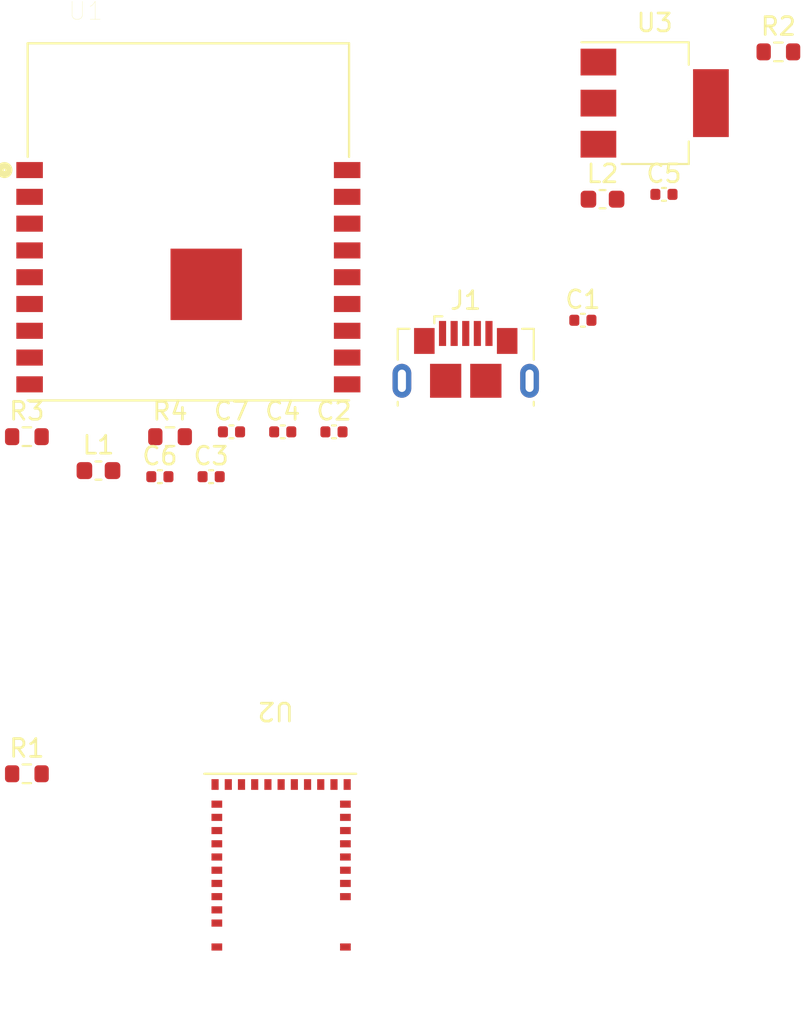
<source format=kicad_pcb>
(kicad_pcb (version 20210424) (generator pcbnew)
  (layers (0 "F.Cu" signal) (31 "B.Cu" signal) (34 "B.Paste" user) (35 "F.Paste" user) (36 "B.SilkS" user "B.Silkscreen") (37 "F.SilkS" user "F.Silkscreen") (38 "B.Mask" user) (39 "F.Mask" user) (44 "Edge.Cuts" user))
  (net 0 "")
  (net 33 "GND")
  (net 34 "/ESP_UART_RX")
  (net 35 "/ESP_UART_TX")
  (footprint "Capacitor_SMD:C_0402_1005Metric" (layer "F.Cu") (at 138.46 107.85)
    (fp_text reference "C2" (at 0 -1.16) (layer "F.SilkS"))
    (fp_text value "22uF/10V 20%")
    (fp_line (start -0.107836 0.36) (end 0.107836 0.36) (layer "F.SilkS") (width 0.12))
    (fp_line (start -0.107836 -0.36) (end 0.107836 -0.36) (layer "F.SilkS") (width 0.12))
    (pad "1" smd roundrect locked (at -0.48 0) (size 0.56 0.62) (layers "F.Cu" "F.Paste" "F.Mask"))
    (pad "2" smd roundrect locked (at 0.48 0) (size 0.56 0.62) (layers "F.Cu" "F.Paste" "F.Mask") (net 33 "GND"))
  )
  (footprint "Capacitor_SMD:C_0402_1005Metric" (layer "F.Cu") (at 156.94 94.55)
    (fp_text reference "C5" (at 0 -1.16) (layer "F.SilkS"))
    (fp_text value "1uF")
    (fp_line (start -0.107836 0.36) (end 0.107836 0.36) (layer "F.SilkS") (width 0.12))
    (fp_line (start -0.107836 -0.36) (end 0.107836 -0.36) (layer "F.SilkS") (width 0.12))
    (pad "1" smd roundrect locked (at -0.48 0) (size 0.56 0.62) (layers "F.Cu" "F.Paste" "F.Mask"))
    (pad "2" smd roundrect locked (at 0.48 0) (size 0.56 0.62) (layers "F.Cu" "F.Paste" "F.Mask") (net 33 "GND"))
  )
  (footprint "Module:MDBT50" (layer "F.Cu") (at 139.7 127 180)
    (fp_text reference "U2" (at 4.5 3.5 180 unlocked) (layer "F.SilkS"))
    (fp_text value "MDBT50")
    (fp_line (start 0 0) (end 8.5 0) (layer "F.SilkS") (width 0.127))
    (pad "1" smd rect locked (at 0.6 -9.7 180) (size 0.6 0.4) (layers "F.Cu" "F.Mask") (net 33 "GND"))
    (pad "2" smd rect locked (at 0.6 -6.88 180) (size 0.6 0.4) (layers "F.Cu" "F.Mask"))
    (pad "3" smd rect locked (at 0.6 -6.14 180) (size 0.6 0.4) (layers "F.Cu" "F.Mask"))
    (pad "4" smd rect locked (at 0.6 -5.4 180) (size 0.6 0.4) (layers "F.Cu" "F.Mask"))
    (pad "5" smd rect locked (at 0.6 -4.66 180) (size 0.6 0.4) (layers "F.Cu" "F.Mask"))
    (pad "6" smd rect locked (at 0.6 -3.92 180) (size 0.6 0.4) (layers "F.Cu" "F.Mask"))
    (pad "7" smd rect locked (at 0.6 -3.18 180) (size 0.6 0.4) (layers "F.Cu" "F.Mask"))
    (pad "8" smd rect locked (at 0.6 -2.44 180) (size 0.6 0.4) (layers "F.Cu" "F.Mask") (net 33 "GND"))
    (pad "9" smd rect locked (at 0.6 -1.7 180) (size 0.6 0.4) (layers "F.Cu" "F.Mask"))
    (pad "10" smd rect locked (at 0.5 -0.6 180) (size 0.4 0.6) (layers "F.Cu" "F.Mask") (net 33 "GND"))
    (pad "11" smd rect locked (at 1.24 -0.6 180) (size 0.4 0.6) (layers "F.Cu" "F.Mask"))
    (pad "12" smd rect locked (at 1.98 -0.6 180) (size 0.4 0.6) (layers "F.Cu" "F.Mask"))
    (pad "13" smd rect locked (at 2.72 -0.6 180) (size 0.4 0.6) (layers "F.Cu" "F.Mask"))
    (pad "14" smd rect locked (at 3.46 -0.6 180) (size 0.4 0.6) (layers "F.Cu" "F.Mask"))
    (pad "15" smd rect locked (at 4.2 -0.6 180) (size 0.4 0.6) (layers "F.Cu" "F.Mask"))
    (pad "16" smd rect locked (at 4.94 -0.6 180) (size 0.4 0.6) (layers "F.Cu" "F.Mask"))
    (pad "17" smd rect locked (at 5.68 -0.6 180) (size 0.4 0.6) (layers "F.Cu" "F.Mask"))
    (pad "18" smd rect locked (at 6.42 -0.6 180) (size 0.4 0.6) (layers "F.Cu" "F.Mask"))
    (pad "19" smd rect locked (at 7.16 -0.6 180) (size 0.4 0.6) (layers "F.Cu" "F.Mask"))
    (pad "20" smd rect locked (at 7.9 -0.6 180) (size 0.4 0.6) (layers "F.Cu" "F.Mask") (net 33 "GND"))
    (pad "21" smd rect locked (at 7.8 -1.7 180) (size 0.6 0.4) (layers "F.Cu" "F.Mask"))
    (pad "22" smd rect locked (at 7.8 -2.44 180) (size 0.6 0.4) (layers "F.Cu" "F.Mask"))
    (pad "23" smd rect locked (at 7.8 -3.18 180) (size 0.6 0.4) (layers "F.Cu" "F.Mask"))
    (pad "24" smd rect locked (at 7.8 -3.92 180) (size 0.6 0.4) (layers "F.Cu" "F.Mask"))
    (pad "25" smd rect locked (at 7.8 -4.66 180) (size 0.6 0.4) (layers "F.Cu" "F.Mask"))
    (pad "26" smd rect locked (at 7.8 -5.4 180) (size 0.6 0.4) (layers "F.Cu" "F.Mask"))
    (pad "27" smd rect locked (at 7.8 -6.14 180) (size 0.6 0.4) (layers "F.Cu" "F.Mask"))
    (pad "28" smd rect locked (at 7.8 -6.88 180) (size 0.6 0.4) (layers "F.Cu" "F.Mask"))
    (pad "29" smd rect locked (at 7.8 -7.62 180) (size 0.6 0.4) (layers "F.Cu" "F.Mask"))
    (pad "30" smd rect locked (at 7.8 -8.36 180) (size 0.6 0.4) (layers "F.Cu" "F.Mask"))
    (pad "31" smd rect locked (at 7.8 -9.7 180) (size 0.6 0.4) (layers "F.Cu" "F.Mask") (net 33 "GND"))
  )
  (footprint "Connector_USB:USB_Micro-B_GCT_USB3076-30-A" (layer "F.Cu") (at 145.84 103.79)
    (fp_text reference "J1" (at 0 -3.3) (layer "F.SilkS"))
    (fp_text value "USB_B_Mini")
    (fp_line (start 3.81 -1.71) (end 3.16 -1.71) (layer "F.SilkS") (width 0.12))
    (fp_line (start -3.81 0.02) (end -3.81 -1.71) (layer "F.SilkS") (width 0.12))
    (fp_line (start -3.81 2.59) (end -3.81 2.38) (layer "F.SilkS") (width 0.12))
    (fp_line (start 3.81 2.59) (end 3.81 2.38) (layer "F.SilkS") (width 0.12))
    (fp_line (start -1.76 -2.41) (end -1.76 -2.02) (layer "F.SilkS") (width 0.12))
    (fp_line (start 3.81 0.02) (end 3.81 -1.71) (layer "F.SilkS") (width 0.12))
    (fp_line (start -1.76 -2.41) (end -1.31 -2.41) (layer "F.SilkS") (width 0.12))
    (fp_line (start -3.81 -1.71) (end -3.15 -1.71) (layer "F.SilkS") (width 0.12))
    (pad "1" smd rect locked (at -1.3 -1.45) (size 0.4 1.4) (layers "F.Cu" "F.Paste" "F.Mask"))
    (pad "2" smd rect locked (at -0.65 -1.45) (size 0.4 1.4) (layers "F.Cu" "F.Paste" "F.Mask"))
    (pad "3" smd rect locked (at 0 -1.45) (size 0.4 1.4) (layers "F.Cu" "F.Paste" "F.Mask"))
    (pad "4" smd rect locked (at 0.65 -1.45) (size 0.4 1.4) (layers "F.Cu" "F.Paste" "F.Mask"))
    (pad "5" smd rect locked (at 1.3 -1.45) (size 0.4 1.4) (layers "F.Cu" "F.Paste" "F.Mask") (net 33 "GND"))
    (pad "6" smd rect locked (at -2.32 -1.03) (size 1.15 1.45) (layers "F.Cu" "F.Paste" "F.Mask") (net 33 "GND"))
    (pad "6" smd rect locked (at 1.125 1.2) (size 1.75 1.9) (layers "F.Cu" "F.Paste" "F.Mask") (net 33 "GND"))
    (pad "6" smd rect locked (at -1.125 1.2) (size 1.75 1.9) (layers "F.Cu" "F.Paste" "F.Mask") (net 33 "GND"))
    (pad "6" thru_hole oval locked (at 3.575 1.2) (size 1.05 1.9) (drill oval 0.45 1.25) (layers *.Cu *.Mask) (net 33 "GND"))
    (pad "6" thru_hole oval locked (at -3.575 1.2 180) (size 1.05 1.9) (drill oval 0.45 1.25) (layers *.Cu *.Mask) (net 33 "GND"))
    (pad "6" smd rect locked (at 2.32 -1.03) (size 1.15 1.45) (layers "F.Cu" "F.Paste" "F.Mask") (net 33 "GND"))
  )
  (footprint "Package_TO_SOT_SMD:SOT-223-3_TabPin2" (layer "F.Cu") (at 156.42 89.44)
    (fp_text reference "U3" (at 0 -4.5) (layer "F.SilkS"))
    (fp_text value "AMS1117-3.3")
    (fp_line (start -4.1 -3.41) (end 1.91 -3.41) (layer "F.SilkS") (width 0.12))
    (fp_line (start 1.91 -3.41) (end 1.91 -2.15) (layer "F.SilkS") (width 0.12))
    (fp_line (start -1.85 3.41) (end 1.91 3.41) (layer "F.SilkS") (width 0.12))
    (fp_line (start 1.91 3.41) (end 1.91 2.15) (layer "F.SilkS") (width 0.12))
    (pad "1" smd rect locked (at -3.15 -2.3) (size 2 1.5) (layers "F.Cu" "F.Paste" "F.Mask") (net 33 "GND"))
    (pad "2" smd rect locked (at 3.15 0) (size 2 3.8) (layers "F.Cu" "F.Paste" "F.Mask"))
    (pad "2" smd rect locked (at -3.15 0) (size 2 1.5) (layers "F.Cu" "F.Paste" "F.Mask"))
    (pad "3" smd rect locked (at -3.15 2.3) (size 2 1.5) (layers "F.Cu" "F.Paste" "F.Mask"))
  )
  (footprint "Inductor_SMD:L_0603_1608Metric" (layer "F.Cu") (at 125.27 110.02)
    (fp_text reference "L1" (at 0 -1.43) (layer "F.SilkS"))
    (fp_text value "10uH")
    (fp_line (start -0.162779 -0.51) (end 0.162779 -0.51) (layer "F.SilkS") (width 0.12))
    (fp_line (start -0.162779 0.51) (end 0.162779 0.51) (layer "F.SilkS") (width 0.12))
    (pad "1" smd roundrect locked (at -0.7875 0) (size 0.875 0.95) (layers "F.Cu" "F.Paste" "F.Mask"))
    (pad "2" smd roundrect locked (at 0.7875 0) (size 0.875 0.95) (layers "F.Cu" "F.Paste" "F.Mask"))
  )
  (footprint "Resistor_SMD:R_0603_1608Metric" (layer "F.Cu") (at 121.26 127)
    (fp_text reference "R1" (at 0 -1.43) (layer "F.SilkS"))
    (fp_text value "0")
    (fp_line (start -0.237258 0.5225) (end 0.237258 0.5225) (layer "F.SilkS") (width 0.12))
    (fp_line (start -0.237258 -0.5225) (end 0.237258 -0.5225) (layer "F.SilkS") (width 0.12))
    (pad "1" smd roundrect locked (at -0.825 0) (size 0.8 0.95) (layers "F.Cu" "F.Paste" "F.Mask"))
    (pad "2" smd roundrect locked (at 0.825 0) (size 0.8 0.95) (layers "F.Cu" "F.Paste" "F.Mask"))
  )
  (footprint "Capacitor_SMD:C_0402_1005Metric" (layer "F.Cu") (at 131.58 110.36)
    (fp_text reference "C3" (at 0 -1.16) (layer "F.SilkS"))
    (fp_text value "10uF/25V")
    (fp_line (start -0.107836 -0.36) (end 0.107836 -0.36) (layer "F.SilkS") (width 0.12))
    (fp_line (start -0.107836 0.36) (end 0.107836 0.36) (layer "F.SilkS") (width 0.12))
    (pad "1" smd roundrect locked (at -0.48 0) (size 0.56 0.62) (layers "F.Cu" "F.Paste" "F.Mask"))
    (pad "2" smd roundrect locked (at 0.48 0) (size 0.56 0.62) (layers "F.Cu" "F.Paste" "F.Mask") (net 33 "GND"))
  )
  (footprint "Module:MODULE_ESP-WROOM-02" (layer "F.Cu") (at 130.305 98.09)
    (fp_text reference "U1" (at -5.74641 -13.81016) (layer "F.SilkS") (effects (font (size 1.006079 1.006079) (thickness 0.015))))
    (fp_text value "ESP-C3-WROOM-02")
    (fp_line (start -9 -12) (end 9 -12) (layer "F.SilkS") (width 0.127))
    (fp_line (start -9 -12) (end -9 -5.64) (layer "F.SilkS") (width 0.127))
    (fp_line (start 9 -12) (end 9 -5.64) (layer "F.SilkS") (width 0.127))
    (fp_line (start -9 8) (end 9 8) (layer "F.SilkS") (width 0.127))
    (fp_circle (center -10.3 -4.9) (end -10.25 -4.9) (layer "F.SilkS") (width 0.4) (fill none))
    (pad "1" smd rect locked (at -8.8925 -4.9) (size 1.485 0.9) (layers "F.Cu" "F.Mask"))
    (pad "2" smd rect locked (at -8.8925 -3.4) (size 1.485 0.9) (layers "F.Cu" "F.Mask"))
    (pad "3" smd rect locked (at -8.8925 -1.9) (size 1.485 0.9) (layers "F.Cu" "F.Mask"))
    (pad "4" smd rect locked (at -8.8925 -0.4) (size 1.485 0.9) (layers "F.Cu" "F.Mask"))
    (pad "5" smd rect locked (at -8.8925 1.1) (size 1.485 0.9) (layers "F.Cu" "F.Mask"))
    (pad "6" smd rect locked (at -8.8925 2.6) (size 1.485 0.9) (layers "F.Cu" "F.Mask"))
    (pad "7" smd rect locked (at -8.8925 4.1) (size 1.485 0.9) (layers "F.Cu" "F.Mask"))
    (pad "8" smd rect locked (at -8.8925 5.6) (size 1.485 0.9) (layers "F.Cu" "F.Mask"))
    (pad "9" smd rect locked (at -8.8925 7.1) (size 1.485 0.9) (layers "F.Cu" "F.Mask") (net 33 "GND"))
    (pad "10" smd rect locked (at 8.8925 7.1) (size 1.485 0.9) (layers "F.Cu" "F.Mask"))
    (pad "11" smd rect locked (at 8.8925 5.6) (size 1.485 0.9) (layers "F.Cu" "F.Mask") (net 34 "/ESP_UART_RX"))
    (pad "12" smd rect locked (at 8.8925 4.1) (size 1.485 0.9) (layers "F.Cu" "F.Mask") (net 35 "/ESP_UART_TX"))
    (pad "13" smd rect locked (at 8.8925 2.6) (size 1.485 0.9) (layers "F.Cu" "F.Mask"))
    (pad "14" smd rect locked (at 8.8925 1.1) (size 1.485 0.9) (layers "F.Cu" "F.Mask"))
    (pad "15" smd rect locked (at 8.8925 -0.4) (size 1.485 0.9) (layers "F.Cu" "F.Mask"))
    (pad "16" smd rect locked (at 8.8925 -1.9) (size 1.485 0.9) (layers "F.Cu" "F.Mask"))
    (pad "17" smd rect locked (at 8.8925 -3.4) (size 1.485 0.9) (layers "F.Cu" "F.Mask"))
    (pad "18" smd rect locked (at 8.8925 -4.9) (size 1.485 0.9) (layers "F.Cu" "F.Mask"))
    (pad "19" smd rect locked (at 1 1.5) (size 4 4) (layers "F.Cu" "F.Mask") (net 33 "GND"))
  )
  (footprint "Capacitor_SMD:C_0402_1005Metric" (layer "F.Cu") (at 152.4 101.6)
    (fp_text reference "C1" (at 0 -1.16) (layer "F.SilkS"))
    (fp_text value "22uF/10V 20%")
    (fp_line (start -0.107836 -0.36) (end 0.107836 -0.36) (layer "F.SilkS") (width 0.12))
    (fp_line (start -0.107836 0.36) (end 0.107836 0.36) (layer "F.SilkS") (width 0.12))
    (pad "1" smd roundrect locked (at -0.48 0) (size 0.56 0.62) (layers "F.Cu" "F.Paste" "F.Mask"))
    (pad "2" smd roundrect locked (at 0.48 0) (size 0.56 0.62) (layers "F.Cu" "F.Paste" "F.Mask") (net 33 "GND"))
  )
  (footprint "Capacitor_SMD:C_0402_1005Metric" (layer "F.Cu") (at 135.59 107.85)
    (fp_text reference "C4" (at 0 -1.16) (layer "F.SilkS"))
    (fp_text value "0.1uF/50V")
    (fp_line (start -0.107836 0.36) (end 0.107836 0.36) (layer "F.SilkS") (width 0.12))
    (fp_line (start -0.107836 -0.36) (end 0.107836 -0.36) (layer "F.SilkS") (width 0.12))
    (pad "1" smd roundrect locked (at -0.48 0) (size 0.56 0.62) (layers "F.Cu" "F.Paste" "F.Mask"))
    (pad "2" smd roundrect locked (at 0.48 0) (size 0.56 0.62) (layers "F.Cu" "F.Paste" "F.Mask") (net 33 "GND"))
  )
  (footprint "Resistor_SMD:R_0603_1608Metric" (layer "F.Cu") (at 163.35 86.57)
    (fp_text reference "R2" (at 0 -1.43) (layer "F.SilkS"))
    (fp_text value "0")
    (fp_line (start -0.237258 0.5225) (end 0.237258 0.5225) (layer "F.SilkS") (width 0.12))
    (fp_line (start -0.237258 -0.5225) (end 0.237258 -0.5225) (layer "F.SilkS") (width 0.12))
    (pad "1" smd roundrect locked (at -0.825 0) (size 0.8 0.95) (layers "F.Cu" "F.Paste" "F.Mask"))
    (pad "2" smd roundrect locked (at 0.825 0) (size 0.8 0.95) (layers "F.Cu" "F.Paste" "F.Mask"))
  )
  (footprint "Resistor_SMD:R_0603_1608Metric" (layer "F.Cu") (at 129.28 108.12)
    (fp_text reference "R4" (at 0 -1.43) (layer "F.SilkS"))
    (fp_text value "0")
    (fp_line (start -0.237258 -0.5225) (end 0.237258 -0.5225) (layer "F.SilkS") (width 0.12))
    (fp_line (start -0.237258 0.5225) (end 0.237258 0.5225) (layer "F.SilkS") (width 0.12))
    (pad "1" smd roundrect locked (at -0.825 0) (size 0.8 0.95) (layers "F.Cu" "F.Paste" "F.Mask"))
    (pad "2" smd roundrect locked (at 0.825 0) (size 0.8 0.95) (layers "F.Cu" "F.Paste" "F.Mask"))
  )
  (footprint "Resistor_SMD:R_0603_1608Metric" (layer "F.Cu") (at 121.26 108.12)
    (fp_text reference "R3" (at 0 -1.43) (layer "F.SilkS"))
    (fp_text value "0")
    (fp_line (start -0.237258 -0.5225) (end 0.237258 -0.5225) (layer "F.SilkS") (width 0.12))
    (fp_line (start -0.237258 0.5225) (end 0.237258 0.5225) (layer "F.SilkS") (width 0.12))
    (pad "1" smd roundrect locked (at -0.825 0) (size 0.8 0.95) (layers "F.Cu" "F.Paste" "F.Mask"))
    (pad "2" smd roundrect locked (at 0.825 0) (size 0.8 0.95) (layers "F.Cu" "F.Paste" "F.Mask"))
  )
  (footprint "Capacitor_SMD:C_0402_1005Metric" (layer "F.Cu") (at 132.72 107.85)
    (fp_text reference "C7" (at 0 -1.16) (layer "F.SilkS"))
    (fp_text value "10uF")
    (fp_line (start -0.107836 0.36) (end 0.107836 0.36) (layer "F.SilkS") (width 0.12))
    (fp_line (start -0.107836 -0.36) (end 0.107836 -0.36) (layer "F.SilkS") (width 0.12))
    (pad "1" smd roundrect locked (at -0.48 0) (size 0.56 0.62) (layers "F.Cu" "F.Paste" "F.Mask"))
    (pad "2" smd roundrect locked (at 0.48 0) (size 0.56 0.62) (layers "F.Cu" "F.Paste" "F.Mask") (net 33 "GND"))
  )
  (footprint "Capacitor_SMD:C_0402_1005Metric" (layer "F.Cu") (at 128.71 110.36)
    (fp_text reference "C6" (at 0 -1.16) (layer "F.SilkS"))
    (fp_text value "10uF")
    (fp_line (start -0.107836 0.36) (end 0.107836 0.36) (layer "F.SilkS") (width 0.12))
    (fp_line (start -0.107836 -0.36) (end 0.107836 -0.36) (layer "F.SilkS") (width 0.12))
    (pad "1" smd roundrect locked (at -0.48 0) (size 0.56 0.62) (layers "F.Cu" "F.Paste" "F.Mask"))
    (pad "2" smd roundrect locked (at 0.48 0) (size 0.56 0.62) (layers "F.Cu" "F.Paste" "F.Mask") (net 33 "GND"))
  )
  (footprint "Inductor_SMD:L_0603_1608Metric" (layer "F.Cu") (at 153.5 94.82)
    (fp_text reference "L2" (at 0 -1.43) (layer "F.SilkS"))
    (fp_text value "15nH")
    (fp_line (start -0.162779 -0.51) (end 0.162779 -0.51) (layer "F.SilkS") (width 0.12))
    (fp_line (start -0.162779 0.51) (end 0.162779 0.51) (layer "F.SilkS") (width 0.12))
    (pad "1" smd roundrect locked (at -0.7875 0) (size 0.875 0.95) (layers "F.Cu" "F.Paste" "F.Mask"))
    (pad "2" smd roundrect locked (at 0.7875 0) (size 0.875 0.95) (layers "F.Cu" "F.Paste" "F.Mask"))
  )
)
</source>
